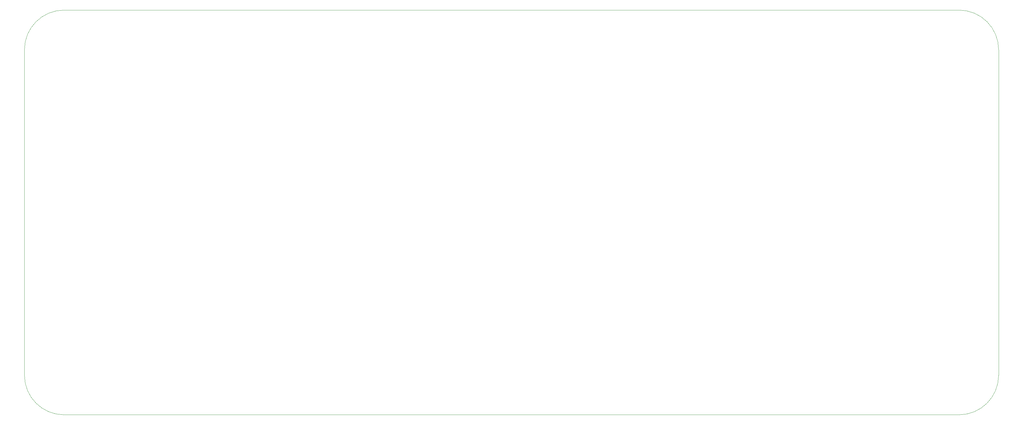
<source format=gbr>
%TF.GenerationSoftware,KiCad,Pcbnew,7.0.1-0*%
%TF.CreationDate,2024-04-27T23:40:22-07:00*%
%TF.ProjectId,swing-atreus,7377696e-672d-4617-9472-6575732e6b69,rev?*%
%TF.SameCoordinates,Original*%
%TF.FileFunction,Profile,NP*%
%FSLAX46Y46*%
G04 Gerber Fmt 4.6, Leading zero omitted, Abs format (unit mm)*
G04 Created by KiCad (PCBNEW 7.0.1-0) date 2024-04-27 23:40:22*
%MOMM*%
%LPD*%
G01*
G04 APERTURE LIST*
%TA.AperFunction,Profile*%
%ADD10C,0.050000*%
%TD*%
G04 APERTURE END LIST*
D10*
X78214719Y-59689719D02*
G75*
G03*
X66214719Y-71689719I0J-12000000D01*
G01*
X361389719Y-71689719D02*
G75*
G03*
X349389719Y-59689719I-12000000J0D01*
G01*
X78214719Y-59689719D02*
X349389719Y-59689719D01*
X66214719Y-170314719D02*
G75*
G03*
X78214719Y-182314719I12000000J0D01*
G01*
X66214719Y-170314719D02*
X66214719Y-71689719D01*
X349389719Y-182314719D02*
G75*
G03*
X361389719Y-170314719I0J12000000D01*
G01*
X361389719Y-71689719D02*
X361389719Y-170314719D01*
X349389719Y-182314719D02*
X78214719Y-182314719D01*
M02*

</source>
